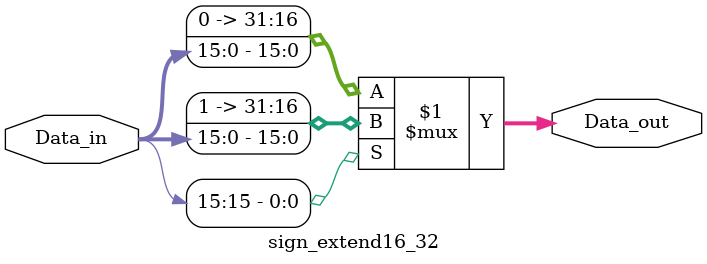
<source format=v>
module sign_extend16_32(

    input wire  [15:0] Data_in,     // Instruction
    output wire [31:0] Data_out

);

    assign Data_out = (Data_in[15]) ? {{16{1'b1}}, Data_in} : {{16{1'b0}}, Data_in};

endmodule
</source>
